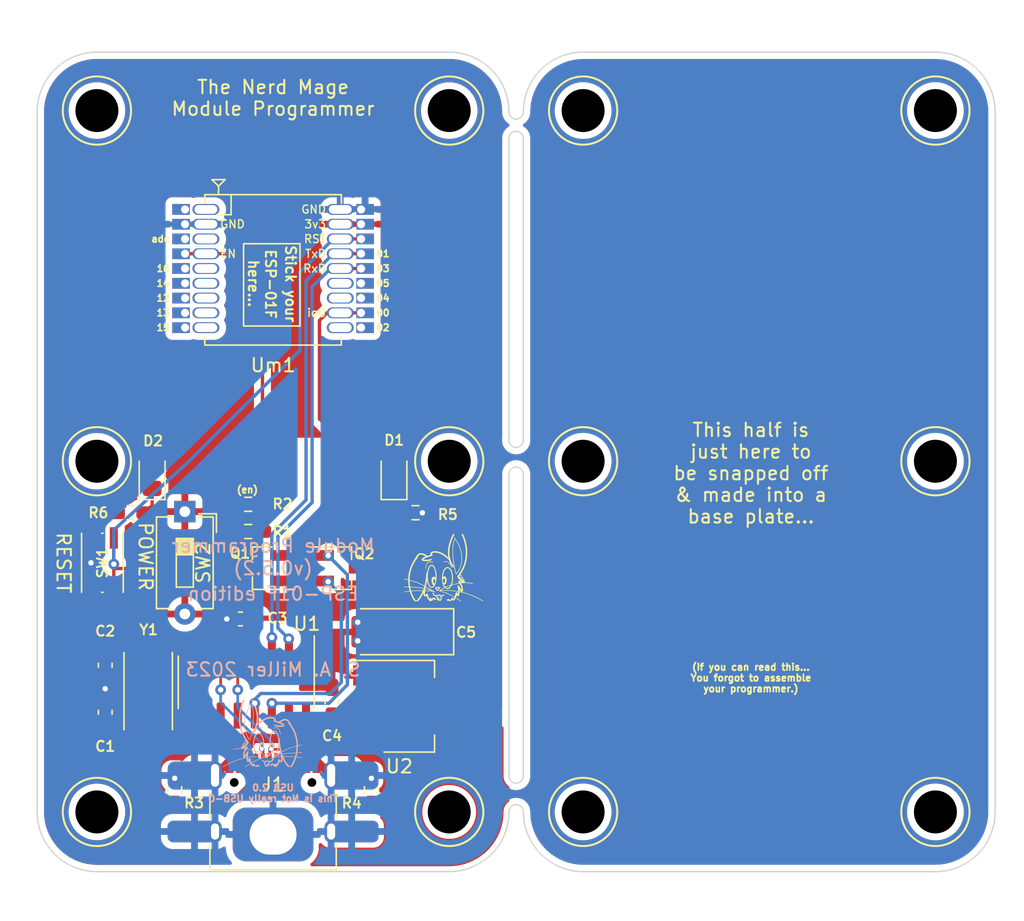
<source format=kicad_pcb>
(kicad_pcb (version 20211014) (generator pcbnew)
  (layers (0 "F.Cu" signal) (31 "B.Cu" signal) (34 "B.Paste" user) (35 "F.Paste" user) (36 "B.SilkS" user "B.Silkscreen") (37 "F.SilkS" user "F.Silkscreen") (38 "B.Mask" user) (39 "F.Mask" user) (44 "Edge.Cuts" user))
  (net 0 "")
  (net 1 "GND")
  (net 2 "Net-(C1-Pad1)")
  (net 3 "Net-(C2-Pad1)")
  (net 4 "RxD")
  (net 5 "TxD")
  (net 6 "RST")
  (net 7 "io0")
  (net 8 "DCD")
  (net 9 "RI")
  (net 10 "DSR")
  (net 11 "CTS")
  (net 12 "DTR")
  (net 13 "RTS")
  (net 14 "Vcc")
  (net 15 "UD+")
  (net 16 "UD-")
  (net 17 "+3.3V")
  (net 19 "EN")
  (net 20 "Vsw")
  (net 23 "CC1")
  (net 24 "CC2")
  (net 25 "Net-(D1-Pad1)")
  (net 26 "Net-(D2-Pad1)")
  (footprint "Tinker:Mount" (layer "F.Cu") (at 163.108 67.919546)
    (fp_text reference "REF**" hide)
    (fp_text value "Mount" hide)
    (pad "" np_thru_hole circle (at 0 0) (size 3.2 3.2) (drill 3.2) (layers *.Mask))
  )
  (footprint "Tinker:C_0603_1608Metric_Pad1.08x0.95mm_HandSolder" (layer "F.Cu") (at 137.51 109.217455 -90)
    (fp_text reference "C2" (at -2.54 0) (layer "F.SilkS") (effects (font (size 0.75 0.75))))
    (fp_text value "20p")
    (pad "1" smd roundrect (at -1.0625 0 270) (size 1.275 0.95) (layers "F.Cu" "F.Paste" "F.Mask") (net 3 "Net-(C2-Pad1)"))
    (pad "2" smd roundrect (at 1.0625 0 270) (size 1.275 0.95) (layers "F.Cu" "F.Paste" "F.Mask") (net 1 "GND"))
  )
  (footprint "Capacitor_Tantalum_SMD:CP_EIA-6032-28_Kemet-C_Pad2.25x2.35mm_HandSolder" (layer "F.Cu") (at 159.505545 106.722019 180)
    (fp_text reference "C5" (at -4.857981 -0.04394) (layer "F.SilkS") (effects (font (size 0.75 0.75))))
    (fp_text value "22uf")
    (pad "1" smd roundrect (at -2.55 0 180) (size 2.25 2.35) (layers "F.Cu" "F.Paste" "F.Mask") (roundrect_rratio 0.1111111111) (net 17 "+3.3V"))
    (pad "2" smd roundrect (at 2.55 0 180) (size 2.25 2.35) (layers "F.Cu" "F.Paste" "F.Mask") (roundrect_rratio 0.1111111111) (net 1 "GND"))
  )
  (footprint "Tinker:Mount" (layer "F.Cu") (at 136.892 120.139455)
    (fp_text reference "REF**" hide)
    (fp_text value "Mount" hide)
    (pad "" np_thru_hole circle (at 0 0) (size 3.2 3.2) (drill 3.2) (layers *.Mask))
  )
  (footprint "Tinker:USB_C_Receptacle_HRO_TYPE-C-31-M-12" (layer "F.Cu") (at 150 120.547455)
    (fp_text reference "J1" (at 0 -2.44) (layer "F.SilkS"))
    (fp_text value "USB_C_Receptacle_USB2.0")
    (pad "" np_thru_hole circle (at -2.89 -2.6) (size 0.65 0.65) (drill 0.65) (layers *.Mask))
    (pad "" np_thru_hole circle (at 2.89 -2.6) (size 0.65 0.65) (drill 0.65) (layers *.Mask))
    (pad "A1" smd rect (at -3.25 -4.045) (size 0.6 1.45) (layers "F.Cu" "F.Paste" "F.Mask") (net 1 "GND"))
    (pad "A4" smd rect (at -2.45 -4.045) (size 0.6 1.45) (layers "F.Cu" "F.Paste" "F.Mask") (net 14 "Vcc"))
    (pad "A5" smd rect (at -1.25 -4.045) (size 0.3 1.45) (layers "F.Cu" "F.Paste" "F.Mask") (net 23 "CC1"))
    (pad "A6" smd rect (at -0.25 -4.045) (size 0.3 1.45) (layers "F.Cu" "F.Paste" "F.Mask") (net 15 "UD+"))
    (pad "A7" smd rect (at 0.25 -4.045) (size 0.3 1.45) (layers "F.Cu" "F.Paste" "F.Mask") (net 16 "UD-"))
    (pad "A8" smd rect (at 1.25 -4.045) (size 0.3 1.45) (layers "F.Cu" "F.Paste" "F.Mask"))
    (pad "A9" smd rect (at 2.45 -4.045) (size 0.6 1.45) (layers "F.Cu" "F.Paste" "F.Mask") (net 14 "Vcc"))
    (pad "A12" smd rect (at 3.25 -4.045) (size 0.6 1.45) (layers "F.Cu" "F.Paste" "F.Mask") (net 1 "GND"))
    (pad "B1" smd rect (at 3.25 -4.045) (size 0.6 1.45) (layers "F.Cu" "F.Paste" "F.Mask") (net 1 "GND"))
    (pad "B4" smd rect (at 2.45 -4.045) (size 0.6 1.45) (layers "F.Cu" "F.Paste" "F.Mask") (net 14 "Vcc"))
    (pad "B5" smd rect (at 1.75 -4.045) (size 0.3 1.45) (layers "F.Cu" "F.Paste" "F.Mask") (net 24 "CC2"))
    (pad "B6" smd rect (at 0.75 -4.045) (size 0.3 1.45) (layers "F.Cu" "F.Paste" "F.Mask") (net 15 "UD+"))
    (pad "B7" smd rect (at -0.75 -4.045) (size 0.3 1.45) (layers "F.Cu" "F.Paste" "F.Mask") (net 16 "UD-"))
    (pad "B8" smd rect (at -1.75 -4.045) (size 0.3 1.45) (layers "F.Cu" "F.Paste" "F.Mask"))
    (pad "B9" smd rect (at -2.45 -4.045) (size 0.6 1.45) (layers "F.Cu" "F.Paste" "F.Mask") (net 14 "Vcc"))
    (pad "B12" smd rect (at -3.25 -4.045) (size 0.6 1.45) (layers "F.Cu" "F.Paste" "F.Mask") (net 1 "GND"))
    (pad "S1" smd roundrect (at -5.846965 -3.118205) (size 4 2.1) (layers "B.Cu" "B.Paste" "B.Mask") (net 1 "GND"))
    (pad "S1" thru_hole oval (at 4.32 -3.13) (size 1 2.1) (drill oval 0.6 1.7) (layers *.Cu *.Mask) (net 1 "GND"))
    (pad "S1" smd roundrect (at 5.096965 -3.118205) (size 2.5 2.1) (layers "F.Cu" "F.Paste" "F.Mask") (net 1 "GND"))
    (pad "S1" smd roundrect (at -5.846965 1.05) (size 4 1.6) (layers "F.Cu" "F.Paste" "F.Mask") (net 1 "GND"))
    (pad "S1" smd roundrect (at -5.846965 1.05) (size 4 1.6) (layers "B.Cu" "B.Paste" "B.Mask") (net 1 "GND"))
    (pad "S1" thru_hole oval (at 4.32 1.05) (size 1 1.6) (drill oval 0.6 1.2) (layers *.Cu *.Mask) (net 1 "GND"))
    (pad "S1" thru_hole oval (at -4.32 1.05) (size 1 1.6) (drill oval 0.6 1.2) (layers *.Cu *.Mask) (net 1 "GND"))
    (pad "S1" thru_hole oval (at -4.32 -3.13) (size 1 2.1) (drill oval 0.6 1.7) (layers *.Cu *.Mask) (net 1 "GND"))
    (pad "S1" smd roundrect (at 5.846965 1.05) (size 4 1.6) (layers "B.Cu" "B.Paste" "B.Mask") (net 1 "GND"))
    (pad "S1" smd roundrect (at 5.846965 1.05) (size 4 1.6) (layers "F.Cu" "F.Paste" "F.Mask") (net 1 "GND"))
    (pad "S1" thru_hole roundrect (at 0 1.27 180) (size 6 4) (drill oval 3.5 3) (layers *.Cu *.Mask) (net 1 "GND"))
    (pad "S1" smd roundrect (at 5.846965 -3.118205) (size 4 2.1) (layers "B.Cu" "B.Paste" "B.Mask") (net 1 "GND"))
    (pad "S1" smd roundrect (at -5.096965 -3.118205) (size 2.5 2.1) (layers "F.Cu" "F.Paste" "F.Mask") (net 1 "GND"))
  )
  (footprint "Tinker:Mount" (layer "F.Cu") (at 199.288 94.029455)
    (fp_text reference "REF**" hide)
    (fp_text value "Mount" hide)
    (pad "" np_thru_hole circle (at 0 0) (size 3.2 3.2) (drill 3.2) (layers *.Mask))
  )
  (footprint "Tinker:R_0603_1608Metric_Pad0.98x0.95mm_HandSolder" (layer "F.Cu") (at 148.154241 97.233483)
    (fp_text reference "R2" (at 2.545759 -0.018765) (layer "F.SilkS") (effects (font (size 0.75 0.75))))
    (fp_text value "10K")
    (pad "1" smd roundrect (at -1.0625 0) (size 1.275 0.95) (layers "F.Cu" "F.Paste" "F.Mask") (net 20 "Vsw"))
    (pad "2" smd roundrect (at 1.0625 0) (size 1.275 0.95) (layers "F.Cu" "F.Paste" "F.Mask") (net 19 "EN"))
  )
  (footprint "Tinker:Mount" (layer "F.Cu") (at 163.108 120.139455)
    (fp_text reference "REF**" hide)
    (fp_text value "Mount" hide)
    (pad "" np_thru_hole circle (at 0 0) (size 3.2 3.2) (drill 3.2) (layers *.Mask))
  )
  (footprint "Tinker:ESP-01F (FlexyPin)" (layer "F.Cu") (at 150 79.68)
    (fp_text reference "Um1" (at 0 7.2 unlocked) (layer "F.SilkS"))
    (fp_text value "ESP-01F")
    (fp_text user "RST" (at 4 -2.2 unlocked) (layer "F.SilkS") (effects (font (size 0.6 0.6) (thickness 0.1)) (justify right)))
    (fp_text user "14" (at -7.62 1.1 unlocked) (layer "F.SilkS") (effects (font (size 0.5 0.5) (thickness 0.125)) (justify right)))
    (fp_text user "15" (at -7.62 4.4 unlocked) (layer "F.SilkS") (effects (font (size 0.5 0.5) (thickness 0.125)) (justify right)))
    (fp_text user "03" (at 7.62 0 unlocked) (layer "F.SilkS") (effects (font (size 0.5 0.5) (thickness 0.125)) (justify left)))
    (fp_text user "TxD" (at 4 -1.1 unlocked) (layer "F.SilkS") (effects (font (size 0.6 0.6) (thickness 0.1)) (justify right)))
    (fp_text user "02" (at 7.62 4.4 unlocked) (layer "F.SilkS") (effects (font (size 0.5 0.5) (thickness 0.125)) (justify left)))
    (fp_text user "Stick your" (at 1.304412 1.147311 270 unlocked) (layer "F.SilkS") (effects (font (size 0.75 0.75))))
    (fp_text user "io0" (at 4 3.3 unlocked) (layer "F.SilkS") (effects (font (size 0.6 0.6) (thickness 0.1)) (justify right)))
    (fp_text user "12" (at -7.62 2.2 unlocked) (layer "F.SilkS") (effects (font (size 0.5 0.5) (thickness 0.125)) (justify right)))
    (fp_text user "05" (at 7.62 1.1 unlocked) (layer "F.SilkS") (effects (font (size 0.5 0.5) (thickness 0.125)) (justify left)))
    (fp_text user "00" (at 7.62 3.3 unlocked) (layer "F.SilkS") (effects (font (size 0.5 0.5) (thickness 0.125)) (justify left)))
    (fp_text user "GND" (at -4 -3.3 unlocked) (layer "F.SilkS") (effects (font (size 0.6 0.6) (thickness 0.1)) (justify left)))
    (fp_text user "adc" (at -7.62 -2.2 unlocked) (layer "F.SilkS") (effects (font (size 0.5 0.5) (thickness 0.125)) (justify right)))
    (fp_text user "here..." (at -1.465924 1.119327 270 unlocked) (layer "F.SilkS") (effects (font (size 0.75 0.75))))
    (fp_text user "13" (at -7.62 3.3 unlocked) (layer "F.SilkS") (effects (font (size 0.5 0.5) (thickness 0.125)) (justify right)))
    (fp_text user "ESP-01F" (at -0.189495 1.164537 270 unlocked) (layer "F.SilkS") (effects (font (size 0.75 0.75))))
    (fp_text user "RxD" (at 4 0 unlocked) (layer "F.SilkS") (effects (font (size 0.6 0.6) (thickness 0.1)) (justify right)))
    (fp_text user "01" (at 7.62 -1.1 unlocked) (layer "F.SilkS") (effects (font (size 0.5 0.5) (thickness 0.125)) (justify left)))
    (fp_text user "3v3" (at 4 -3.3 unlocked) (layer "F.SilkS") (effects (font (size 0.6 0.6) (thickness 0.1)) (justify right)))
    (fp_text user "EN" (at -4 -1.1 unlocked) (layer "F.SilkS") (effects (font (size 0.6 0.6) (thickness 0.1)) (justify left)))
    (fp_text user "GND" (at 4 -4.4 unlocked) (layer "F.SilkS") (effects (font (size 0.6 0.6) (thickness 0.1)) (justify right)))
    (fp_text user "04" (at 7.62 2.2 unlocked) (layer "F.SilkS") (effects (font (size 0.5 0.5) (thickness 0.125)) (justify left)))
    (fp_text user "16" (at -7.62 0 unlocked) (layer "F.SilkS") (effects (font (size 0.5 0.5) (thickness 0.125)) (justify right)))
    (pad "" thru_hole oval (at -5 -2.2) (size 2 0.8) (drill oval 1.7 0.65) (layers *.Cu *.Mask))
    (pad "" thru_hole oval (at -5 2.2) (size 2 0.8) (drill oval 1.7 0.65) (layers *.Cu *.Mask))
    (pad "" thru_hole oval (at -5 4.4) (size 2 0.8) (drill oval 1.7 0.65) (layers *.Cu *.Mask))
    (pad "" thru_hole oval (at 5 2.2 180) (size 2 0.8) (drill oval 1.7 0.65) (layers *.Cu *.Mask))
    (pad "" thru_hole oval (at -5 -4.4) (size 2 0.8) (drill oval 1.7 0.65) (layers *.Cu *.Mask))
    (pad "" thru_hole oval (at -5 3.3) (size 2 0.8) (drill oval 1.7 0.65) (layers *.Cu *.Mask))
    (pad "" thru_hole oval (at 5 1.1 180) (size 2 0.8) (drill oval 1.7 0.65) (layers *.Cu *.Mask))
    (pad "" thru_hole oval (at 5 4.4 180) (size 2 0.8) (drill oval 1.7 0.65) (layers *.Cu *.Mask))
    (pad "" thru_hole oval (at -5 0) (size 2 0.8) (drill oval 1.7 0.65) (layers *.Cu *.Mask))
    (pad "" thru_hole oval (at -5 1.1) (size 2 0.8) (drill oval 1.7 0.65) (layers *.Cu *.Mask))
    (pad "1" thru_hole rect (at -6.55 -4.4) (size 1.3 0.8) (drill 0.6 (offset -0.3 0)) (layers *.Cu *.Mask))
    (pad "2" thru_hole oval (at -5 -3.3) (size 2 0.8) (drill oval 1.7 0.65) (layers *.Cu *.Mask) (net 1 "GND"))
    (pad "2" thru_hole rect (at -6.55 -3.3) (size 1.3 0.8) (drill 0.6 (offset -0.3 0)) (layers *.Cu *.Mask) (net 1 "GND"))
    (pad "3" thru_hole rect (at -6.55 -2.2) (size 1.3 0.8) (drill 0.6 (offset -0.3 0)) (layers *.Cu *.Mask))
    (pad "4" thru_hole rect (at -6.55 -1.1) (size 1.3 0.8) (drill 0.6 (offset -0.3 0)) (layers *.Cu *.Mask) (net 19 "EN"))
    (pad "4" thru_hole oval (at -5 -1.1) (size 2 0.8) (drill oval 1.7 0.65) (layers *.Cu *.Mask) (net 19 "EN"))
    (pad "5" thru_hole rect (at -6.55 0) (size 1.3 0.8) (drill 0.6 (offset -0.3 0)) (layers *.Cu *.Mask))
    (pad "6" thru_hole rect (at -6.55 1.1) (size 1.3 0.8) (drill 0.6 (offset -0.3 0)) (layers *.Cu *.Mask))
    (pad "7" thru_hole rect (at -6.55 2.2) (size 1.3 0.8) (drill 0.6 (offset -0.3 0)) (layers *.Cu *.Mask))
    (pad "8" thru_hole rect (at -6.55 3.3) (size 1.3 0.8) (drill 0.6 (offset -0.3 0)) (layers *.Cu *.Mask))
    (pad "9" thru_hole rect (at -6.55 4.4) (size 1.3 0.8) (drill 0.6 (offset -0.3 0)) (layers *.Cu *.Mask))
    (pad "10" thru_hole rect (at 6.55 4.4 180) (size 1.3 0.8) (drill 0.6 (offset -0.3 0)) (layers *.Cu *.Mask))
    (pad "11" thru_hole oval (at 5 3.3 180) (size 2 0.8) (drill oval 1.7 0.65) (layers *.Cu *.Mask) (net 7 "io0"))
    (pad "11" thru_hole rect (at 6.55 3.3 180) (size 1.3 0.8) (drill 0.6 (offset -0.3 0)) (layers *.Cu *.Mask) (net 7 "io0"))
    (pad "12" thru_hole rect (at 6.55 2.2 180) (size 1.3 0.8) (drill 0.6 (offset -0.3 0)) (layers *.Cu *.Mask))
    (pad "13" thru_hole rect (at 6.55 1.1 180) (size 1.3 0.8) (drill 0.6 (offset -0.3 0)) (layers *.Cu *.Mask))
    (pad "14" thru_hole oval (at 5 0 180) (size 2 0.8) (drill oval 1.7 0.65) (layers *.Cu *.Mask) (net 4 "RxD"))
    (pad "14" thru_hole rect (at 6.55 0 180) (size 1.3 0.8) (drill 0.6 (offset -0.3 0)) (layers *.Cu *.Mask) (net 4 "RxD"))
    (pad "15" thru_hole rect (at 6.55 -1.1 180) (size 1.3 0.8) (drill 0.6 (offset -0.3 0)) (layers *.Cu *.Mask) (net 5 "TxD"))
    (pad "15" thru_hole oval (at 5 -1.1 180) (size 2 0.8) (drill oval 1.7 0.65) (layers *.Cu *.Mask) (net 5 "TxD"))
    (pad "16" thru_hole oval (at 5 -2.2 180) (size 2 0.8) (drill oval 1.7 0.65) (layers *.Cu *.Mask) (net 6 "RST"))
    (pad "16" thru_hole rect (at 6.55 -2.2 180) (size 1.3 0.8) (drill 0.6 (offset -0.3 0)) (layers *.Cu *.Mask) (net 6 "RST"))
    (pad "17" thru_hole rect (at 6.55 -3.3 180) (size 1.3 0.8) (drill 0.6 (offset -0.3 0)) (layers *.Cu *.Mask) (net 20 "Vsw"))
    (pad "17" thru_hole oval (at 5 -3.3 180) (size 2 0.8) (drill oval 1.7 0.65) (layers *.Cu *.Mask) (net 20 "Vsw"))
    (pad "18" thru_hole rect (at 6.55 -4.4 180) (size 1.3 0.8) (drill 0.6 (offset -0.3 0)) (layers *.Cu *.Mask) (net 1 "GND"))
    (pad "18" thru_hole oval (at 5 -4.4 180) (size 2 0.8) (drill oval 1.7 0.65) (layers *.Cu *.Mask) (net 1 "GND"))
  )
  (footprint "Crystal:Crystal_SMD_5032-2Pin_5.0x3.2mm" (layer "F.Cu") (at 140.706663 110.967455 90)
    (fp_text reference "Y1" (at 4.39 0.031943) (layer "F.SilkS") (effects (font (size 0.75 0.75))))
    (fp_text value "12M")
    (pad "1" smd rect (at -2.35 0 90) (size 3 2.4) (layers "F.Cu" "F.Paste" "F.Mask") (net 2 "Net-(C1-Pad1)"))
    (pad "2" smd rect (at 2.35 0 90) (size 3 2.4) (layers "F.Cu" "F.Paste" "F.Mask") (net 3 "Net-(C2-Pad1)"))
  )
  (footprint "Tinker:Mount" (layer "F.Cu") (at 173.072 120.139455)
    (fp_text reference "REF**" hide)
    (fp_text value "Mount" hide)
    (pad "" np_thru_hole circle (at 0 0) (size 3.2 3.2) (drill 3.2) (layers *.Mask))
  )
  (footprint "Package_TO_SOT_SMD:SOT-23_Handsoldering" (layer "F.Cu") (at 149.221453 101.990491 180)
    (fp_text reference "Q1" (at 1.674448 1.113434) (layer "F.SilkS") (effects (font (size 0.75 0.75))))
    (fp_text value "MMBT3904")
    (pad "1" smd rect (at -1.5 -0.95 180) (size 1.9 0.8) (layers "F.Cu" "F.Paste" "F.Mask") (net 12 "DTR"))
    (pad "2" smd rect (at -1.5 0.95 180) (size 1.9 0.8) (layers "F.Cu" "F.Paste" "F.Mask") (net 13 "RTS"))
    (pad "3" smd rect (at 1.5 0 180) (size 1.9 0.8) (layers "F.Cu" "F.Paste" "F.Mask") (net 6 "RST"))
  )
  (footprint "Tinker:R_0603_1608Metric_Pad0.98x0.95mm_HandSolder" (layer "F.Cu") (at 142.68 118.507455 90)
    (fp_text reference "R3" (at -0.9668 1.439812) (layer "F.SilkS") (effects (font (size 0.75 0.75))))
    (fp_text value "5k1")
    (pad "1" smd roundrect (at -1.0625 0 90) (size 1.275 0.95) (layers "F.Cu" "F.Paste" "F.Mask") (net 23 "CC1"))
    (pad "2" smd roundrect (at 1.0625 0 90) (size 1.275 0.95) (layers "F.Cu" "F.Paste" "F.Mask") (net 1 "GND"))
  )
  (footprint "Tinker:R_0603_1608Metric_Pad0.98x0.95mm_HandSolder" (layer "F.Cu") (at 157.32 118.507455 90)
    (fp_text reference "R4" (at -0.979818 -1.470937) (layer "F.SilkS") (effects (font (size 0.75 0.75))))
    (fp_text value "5k1")
    (pad "1" smd roundrect (at -1.0625 0 90) (size 1.275 0.95) (layers "F.Cu" "F.Paste" "F.Mask") (net 24 "CC2"))
    (pad "2" smd roundrect (at 1.0625 0 90) (size 1.275 0.95) (layers "F.Cu" "F.Paste" "F.Mask") (net 1 "GND"))
  )
  (footprint "Tinker:Mount" (layer "F.Cu") (at 136.892 94.029455)
    (fp_text reference "REF**" hide)
    (fp_text value "Mount" hide)
    (pad "" np_thru_hole circle (at 0 0) (size 3.2 3.2) (drill 3.2) (layers *.Mask))
  )
  (footprint "Tinker:SW_DIP_SPSTx01_Slide_6.7x4.1mm_W7.62mm_P2.54mm_LowProfile" (layer "F.Cu") (at 143.433 101.590491 -90)
    (fp_text reference "SW2" (at 0.009624 -1.373823 90) (layer "F.SilkS"))
    (fp_text value "SW_DIP_x01")
    (pad "1" thru_hole rect (at -3.81 0 270) (size 1.6 1.6) (drill 0.8) (layers *.Cu *.Mask) (net 20 "Vsw"))
    (pad "2" thru_hole oval (at 3.81 0 270) (size 1.6 1.6) (drill 0.8) (layers *.Cu *.Mask) (net 17 "+3.3V"))
  )
  (footprint "Tinker:C_0603_1608Metric_Pad1.08x0.95mm_HandSolder" (layer "F.Cu") (at 154.387518 111.930933 90)
    (fp_text reference "C4" (at -2.54 0) (layer "F.SilkS") (effects (font (size 0.75 0.75))))
    (fp_text value "100nf")
    (pad "1" smd roundrect (at -1.0625 0 90) (size 1.275 0.95) (layers "F.Cu" "F.Paste" "F.Mask") (net 14 "Vcc"))
    (pad "2" smd roundrect (at 1.0625 0 90) (size 1.275 0.95) (layers "F.Cu" "F.Paste" "F.Mask") (net 1 "GND"))
  )
  (footprint "Package_SO:SOIC-16_3.9x9.9mm_P1.27mm" (layer "F.Cu") (at 148.005 110.487455 -90)
    (fp_text reference "U1" (at -4.358951 -4.515147) (layer "F.SilkS"))
    (fp_text value "CH340G")
    (pad "1" smd roundrect (at -2.475 -4.445 270) (size 1.95 0.6) (layers "F.Cu" "F.Paste" "F.Mask") (net 1 "GND"))
    (pad "2" smd roundrect (at -2.475 -3.175 270) (size 1.95 0.6) (layers "F.Cu" "F.Paste" "F.Mask") (net 4 "RxD"))
    (pad "3" smd roundrect (at -2.475 -1.905 270) (size 1.95 0.6) (layers "F.Cu" "F.Paste" "F.Mask") (net 5 "TxD"))
    (pad "4" smd roundrect (at -2.475 -0.635 270) (size 1.95 0.6) (layers "F.Cu" "F.Paste" "F.Mask") (net 17 "+3.3V"))
    (pad "5" smd roundrect (at -2.475 0.635 270) (size 1.95 0.6) (layers "F.Cu" "F.Paste" "F.Mask") (net 15 "UD+"))
    (pad "6" smd roundrect (at -2.475 1.905 270) (size 1.95 0.6) (layers "F.Cu" "F.Paste" "F.Mask") (net 16 "UD-"))
    (pad "7" smd roundrect (at -2.475 3.175 270) (size 1.95 0.6) (layers "F.Cu" "F.Paste" "F.Mask") (net 2 "Net-(C1-Pad1)"))
    (pad "8" smd roundrect (at -2.475 4.445 270) (size 1.95 0.6) (layers "F.Cu" "F.Paste" "F.Mask") (net 3 "Net-(C2-Pad1)"))
    (pad "9" smd roundrect (at 2.475 4.445 270) (size 1.95 0.6) (layers "F.Cu" "F.Paste" "F.Mask") (net 11 "CTS"))
    (pad "10" smd roundrect (at 2.475 3.175 270) (size 1.95 0.6) (layers "F.Cu" "F.Paste" "F.Mask") (net 10 "DSR"))
    (pad "11" smd roundrect (at 2.475 1.905 270) (size 1.95 0.6) (layers "F.Cu" "F.Paste" "F.Mask") (net 9 "RI"))
    (pad "12" smd roundrect (at 2.475 0.635 270) (size 1.95 0.6) (layers "F.Cu" "F.Paste" "F.Mask") (net 8 "DCD"))
    (pad "13" smd roundrect (at 2.475 -0.635 270) (size 1.95 0.6) (layers "F.Cu" "F.Paste" "F.Mask") (net 12 "DTR"))
    (pad "14" smd roundrect (at 2.475 -1.905 270) (size 1.95 0.6) (layers "F.Cu" "F.Paste" "F.Mask") (net 13 "RTS"))
    (pad "15" smd roundrect (at 2.475 -3.175 270) (size 1.95 0.6) (layers "F.Cu" "F.Paste" "F.Mask"))
    (pad "16" smd roundrect (at 2.475 -4.445 270) (size 1.95 0.6) (layers "F.Cu" "F.Paste" "F.Mask") (net 14 "Vcc"))
  )
  (footprint "Tinker:R_0603_1608Metric_Pad0.98x0.95mm_HandSolder" (layer "F.Cu") (at 160.6 97.862287)
    (fp_text reference "R5" (at 2.4 0.134539 180) (layer "F.SilkS") (effects (font (size 0.75 0.75))))
    (fp_text value "2K2")
    (pad "1" smd roundrect (at -1.0625 0) (size 1.275 0.95) (layers "F.Cu" "F.Paste" "F.Mask") (net 25 "Net-(D1-Pad1)"))
    (pad "2" smd roundrect (at 1.0625 0) (size 1.275 0.95) (layers "F.Cu" "F.Paste" "F.Mask") (net 1 "GND"))
  )
  (footprint "Rabbit:rabbit" (layer "F.Cu") (at 163.073996 101.952784)
    (fp_text reference "G***" hide)
    (fp_text value "LOGO" hide)
  )
  (footprint "Tinker:Mount" (layer "F.Cu") (at 173.072 67.919546)
    (fp_text reference "REF**" hide)
    (fp_text value "Mount" hide)
    (pad "" np_thru_hole circle (at 0 0) (size 3.2 3.2) (drill 3.2) (layers *.Mask))
  )
  (footprint "Tinker:Mount" (layer "F.Cu") (at 173.072 94.029455)
    (fp_text reference "REF**" hide)
    (fp_text value "Mount" hide)
    (pad "" np_thru_hole circle (at 0 0) (size 3.2 3.2) (drill 3.2) (layers *.Mask))
  )
  (footprint "Tinker:SW_Push_TS273014TP" (layer "F.Cu") (at 137.3 101.590491 -90)
    (fp_text reference "SW1" (at 0 0 90) (layer "F.SilkS") (effects (font (size 0.75 0.75))))
    (fp_text value "SW_Push")
    (pad "1" smd rect (at -1.85 -0.85 270) (size 1.6 0.6) (layers "F.Cu" "F.Paste" "F.Mask") (net 6 "RST"))
    (pad "1" smd rect (at 1.85 -0.85 270) (size 1.6 0.6) (layers "F.Cu" "F.Paste" "F.Mask") (net 6 "RST"))
    (pad "2" smd rect (at -1.85 0.85 270) (size 1.6 0.6) (layers "F.Cu" "F.Paste" "F.Mask") (net 1 "GND"))
    (pad "2" smd rect (at 1.85 0.85 270) (size 1.6 0.6) (layers "F.Cu" "F.Paste" "F.Mask") (net 1 "GND"))
  )
  (footprint "Tinker:Mount" (layer "F.Cu") (at 136.892 67.919546)
    (fp_text reference "REF**" hide)
    (fp_text value "Mount" hide)
    (pad "" np_thru_hole circle (at 0 0) (size 3.2 3.2) (drill 3.2) (layers *.Mask))
  )
  (footprint "Package_TO_SOT_SMD:SOT-23_Handsoldering" (layer "F.Cu") (at 155.08 101.994172)
    (fp_text reference "Q2" (at 1.710332 -1.073861) (layer "F.SilkS") (effects (font (size 0.75 0.75))))
    (fp_text value "MMBT3904")
    (pad "1" smd rect (at -1.5 -0.95) (size 1.9 0.8) (layers "F.Cu" "F.Paste" "F.Mask") (net 13 "RTS"))
    (pad "2" smd rect (at -1.5 0.95) (size 1.9 0.8) (layers "F.Cu" "F.Paste" "F.Mask") (net 12 "DTR"))
    (pad "3" smd rect (at 1.5 0) (size 1.9 0.8) (layers "F.Cu" "F.Paste" "F.Mask") (net 7 "io0"))
  )
  (footprint "Tinker:R_0603_1608Metric_Pad0.98x0.95mm_HandSolder" (layer "F.Cu") (at 139.4 97.862287 180)
    (fp_text reference "R6" (at 2.4 -0.00632 180) (layer "F.SilkS") (effects (font (size 0.75 0.75))))
    (fp_text value "2K2")
    (pad "1" smd roundrect (at -1.0625 0 180) (size 1.275 0.95) (layers "F.Cu" "F.Paste" "F.Mask") (net 26 "Net-(D2-Pad1)"))
    (pad "2" smd roundrect (at 1.0625 0 180) (size 1.275 0.95) (layers "F.Cu" "F.Paste" "F.Mask") (net 1 "GND"))
  )
  (footprint "Tinker:Mount" (layer "F.Cu") (at 199.288 67.919546)
    (fp_text reference "REF**" hide)
    (fp_text value "Mount" hide)
    (pad "" np_thru_hole circle (at 0 0) (size 3.2 3.2) (drill 3.2) (layers *.Mask))
  )
  (footprint "LED_SMD:LED_0805_2012Metric_Pad1.15x1.40mm_HandSolder" (layer "F.Cu") (at 159 95.025 90)
    (fp_text reference "D1" (at 2.560701 0.00966) (layer "F.SilkS") (effects (font (size 0.75 0.75))))
    (fp_text value "LED")
    (pad "1" smd roundrect (at -1.025 0 90) (size 1.15 1.4) (layers "F.Cu" "F.Paste" "F.Mask") (roundrect_rratio 0.2173913043) (net 25 "Net-(D1-Pad1)"))
    (pad "2" smd roundrect (at 1.025 0 90) (size 1.15 1.4) (layers "F.Cu" "F.Paste" "F.Mask") (roundrect_rratio 0.2173913043) (net 17 "+3.3V"))
  )
  (footprint "Tinker:C_0603_1608Metric_Pad1.08x0.95mm_HandSolder" (layer "F.Cu") (at 137.51 112.717455 90)
    (fp_text reference "C1" (at -2.54 0) (layer "F.SilkS") (effects (font (size 0.75 0.75))))
    (fp_text value "20p")
    (pad "1" smd roundrect (at -1.0625 0 90) (size 1.275 0.95) (layers "F.Cu" "F.Paste" "F.Mask") (net 2 "Net-(C1-Pad1)"))
    (pad "2" smd roundrect (at 1.0625 0 90) (size 1.275 0.95) (layers "F.Cu" "F.Paste" "F.Mask") (net 1 "GND"))
  )
  (footprint "LED_SMD:LED_0805_2012Metric_Pad1.15x1.40mm_HandSolder" (layer "F.Cu") (at 141 95.025 90)
    (fp_text reference "D2" (at 2.511709 0.071764 180) (layer "F.SilkS") (effects (font (size 0.75 0.75))))
    (fp_text value "LED")
    (pad "1" smd roundrect (at -1.025 0 90) (size 1.15 1.4) (layers "F.Cu" "F.Paste" "F.Mask") (roundrect_rratio 0.2173913043) (net 26 "Net-(D2-Pad1)"))
    (pad "2" smd roundrect (at 1.025 0 90) (size 1.15 1.4) (layers "F.Cu" "F.Paste" "F.Mask") (roundrect_rratio 0.2173913043) (net 20 "Vsw"))
  )
  (footprint "Tinker:Mount" (layer "F.Cu") (at 199.288 120.139455)
    (fp_text reference "REF**" hide)
    (fp_text value "Mount" hide)
    (pad "" np_thru_hole circle (at 0 0) (size 3.2 3.2) (drill 3.2) (layers *.Mask))
  )
  (footprint "Package_TO_SOT_SMD:SOT-223-3_TabPin2" (layer "F.Cu") (at 160.105545 112.273364)
    (fp_text reference "U2" (at -0.711477 4.476729) (layer "F.SilkS"))
    (fp_text value "AMS1117-3.3")
    (pad "1" smd rect (at -3.15 -2.3) (size 2 1.5) (layers "F.Cu" "F.Paste" "F.Mask") (net 1 "GND"))
    (pad "2" smd rect (at -3.15 0) (size 2 1.5) (layers "F.Cu" "F.Paste" "F.Mask") (net 17 "+3.3V"))
    (pad "2" smd rect (at 3.15 0) (size 2 3.8) (layers "F.Cu" "F.Paste" "F.Mask") (net 17 "+3.3V"))
    (pad "3" smd rect (at -3.15 2.3) (size 2 1.5) (layers "F.Cu" "F.Paste" "F.Mask") (net 14 "Vcc"))
  )
  (footprint "Tinker:C_0603_1608Metric_Pad1.08x0.95mm_HandSolder" (layer "F.Cu") (at 147.57359 105.77372 180)
    (fp_text reference "C3" (at -2.75772 0.06892) (layer "F.SilkS") (effects (font (size 0.75 0.75))))
    (fp_text value "10nf")
    (pad "1" smd roundrect (at -1.0625 0 180) (size 1.275 0.95) (layers "F.Cu" "F.Paste" "F.Mask") (net 17 "+3.3V"))
    (pad "2" smd roundrect (at 1.0625 0 180) (size 1.275 0.95) (layers "F.Cu" "F.Paste" "F.Mask") (net 1 "GND"))
  )
  (footprint "Tinker:R_0603_1608Metric_Pad0.98x0.95mm_HandSolder" (layer "F.Cu") (at 148.154241 99.262498)
    (fp_text reference "R1" (at 2.545759 0.006202) (layer "F.SilkS") (effects (font (size 0.75 0.75))))
    (fp_text value "10K")
    (pad "1" smd roundrect (at -1.0625 0) (size 1.275 0.95) (layers "F.Cu" "F.Paste" "F.Mask") (net 20 "Vsw"))
    (pad "2" smd roundrect (at 1.0625 0) (size 1.275 0.95) (layers "F.Cu" "F.Paste" "F.Mask") (net 6 "RST"))
  )
  (footprint "Tinker:Mount" (layer "F.Cu") (at 163.108 94.029455)
    (fp_text reference "REF**" hide)
    (fp_text value "Mount" hide)
    (pad "" np_thru_hole circle (at 0 0) (size 3.2 3.2) (drill 3.2) (layers *.Mask))
  )
  (footprint "Rabbit:rabbit" (layer "B.Cu") (at 148.83 114.297455 180)
    (fp_text reference "G***" hide)
    (fp_text value "LOGO" hide)
  )
  (gr_line (start 163.108 63.569635) (end 136.892001 63.569636) (layer "Edge.Cuts") (width 0.1))
  (gr_arc (start 132.447 68.014637) (mid 133.748927 64.871552) (end 136.892001 63.569636) (layer "Edge.Cuts") (width 0.1))
  (gr_arc (start 203.733 120.139454) (mid 202.431112 123.282566) (end 199.288 124.584454) (layer "Edge.Cuts") (width 0.1))
  (gr_arc (start 168.627 68.014637) (mid 169.928943 64.871579) (end 173.072001 63.569636) (layer "Edge.Cuts") (width 0.1))
  (gr_arc (start 199.288 63.569635) (mid 202.431083 64.871553) (end 203.733001 68.014636) (layer "Edge.Cuts") (width 0.1))
  (gr_arc (start 173.072 124.584454) (mid 169.92892 123.282534) (end 168.627 120.139454) (layer "Edge.Cuts") (width 0.1))
  (gr_arc (start 167.553 120.139454) (mid 166.25109 123.282544) (end 163.108 124.584454) (layer "Edge.Cuts") (width 0.1))
  (gr_line (start 203.733 120.139454) (end 203.733001 68.014636) (layer "Edge.Cuts") (width 0.1))
  (gr_arc (start 168.627 92.463) (mid 168.09 93) (end 167.553 92.463) (layer "Edge.Cuts") (width 0.1))
  (gr_arc (start 167.553 95) (mid 168.09 94.463) (end 168.627 95) (layer "Edge.Cuts") (width 0.1))
  (gr_arc (start 163.108 63.569635) (mid 166.251113 64.871542) (end 167.553001 68.014636) (layer "Edge.Cuts") (width 0.1))
  (gr_arc (start 167.553 70) (mid 168.09 69.463) (end 168.627 70) (layer "Edge.Cuts") (width 0.1))
  (gr_arc (start 167.553 120.139454) (mid 168.09 119.602454) (end 168.627 120.139454) (layer "Edge.Cuts") (width 0.1))
  (gr_line (start 168.627 95) (end 168.627 117.463) (layer "Edge.Cuts") (width 0.1))
  (gr_line (start 136.892 124.584454) (end 163.108 124.584454) (layer "Edge.Cuts") (width 0.1))
  (gr_arc (start 168.627 117.463) (mid 168.09 118) (end 167.553 117.463) (layer "Edge.Cuts") (width 0.1))
  (gr_line (start 199.288 63.569635) (end 173.072001 63.569636) (layer "Edge.Cuts") (width 0.1))
  (gr_line (start 173.072 124.584454) (end 199.288 124.584454) (layer "Edge.Cuts") (width 0.1))
  (gr_arc (start 168.627 68.014637) (mid 168.09 68.551637) (end 167.553 68.014637) (layer "Edge.Cuts") (width 0.1))
  (gr_line (start 132.447 68.014637) (end 132.447 120.139454) (layer "Edge.Cuts") (width 0.1))
  (gr_line (start 167.553 92.463) (end 167.553 70) (layer "Edge.Cuts") (width 0.1))
  (gr_arc (start 136.892 124.584454) (mid 133.748911 123.282544) (end 132.447 120.139454) (layer "Edge.Cuts") (width 0.1))
  (gr_line (start 167.553 95) (end 167.553 117.463) (layer "Edge.Cuts") (width 0.1))
  (gr_line (start 168.627 70) (end 168.627 92.463) (layer "Edge.Cuts") (width 0.1))
  (gr_text "ESP-01F edition" (at 150 103.896439) (layer "B.SilkS") (effects (font (size 1 1)) (justify mirror)))
  (gr_text "Module Programmer" (at 150 100.327455) (layer "B.SilkS") (effects (font (size 1 1)) (justify mirror)))
  (gr_text "USB 2.0\nThis is Not really USB-C" (at 149.999999 118.742813) (layer "B.SilkS") (effects (font (size 0.5 0.5) (thickness 0.125)) (justify mirror)))
  (gr_text "S. A. Miller 2023" (at 150 109.541155) (layer "B.SilkS") (effects (font (size 1 1)) (justify mirror)))
  (gr_text "(v0.5.2)" (at 150 101.997455) (layer "B.SilkS") (effects (font (size 1 1)) (justify mirror)))
  (gr_text "POWER" (at 140.509453 101.121199 270) (layer "F.SilkS") (effects (font (size 1 1))))
  (gr_text "(en)" (at 148.089211 96.15124) (layer "F.SilkS") (effects (font (size 0.5 0.5) (thickness 0.125))))
  (gr_text "(If you can read this...\nYou forgot to assemble\nyour programmer.)" (at 185.56 110.16) (layer "F.SilkS") (effects (font (size 0.5 0.5) (thickness 0.125))))
  (gr_text "This half is\njust here to\nbe snapped off\n& made into a\nbase plate..." (at 185.56 94.92) (layer "F.SilkS") (effects (font (size 1 1))))
  (gr_text "RESET" (at 134.409789 101.590491 270) (layer "F.SilkS") (effects (font (size 1 1))))
  (gr_text "The Nerd Mage\nModule Programmer" (at 150 66.98) (layer "F.SilkS") (effects (font (size 1 1))))
  (segment (start 146.595 116.502455) (end 145.68 117.417455) (width 0.6) (layer "F.Cu") (net 1))
  (segment (start 146.75 116.502455) (end 146.595 116.502455) (width 0.6) (layer "F.Cu") (net 1))
  (segment (start 153.25 116.502455) (end 153.405 116.502455) (width 0.6) (layer "F.Cu") (net 1))
  (segment (start 142.68 117.637455) (end 144.69483 117.637455) (width 0.25) (layer "F.Cu") (net 1))
  (segment (start 153.405 116.502455) (end 154.32 117.417455) (width 0.6) (layer "F.Cu") (net 1))
  (segment (start 136.45 98.461045) (end 136.45 99.740491) (width 0.25) (layer "F.Cu") (net 1))
  (segment (start 138.3375 97.862287) (end 137.048758 97.862287) (width 0.25) (layer "F.Cu") (net 1))
  (segment (start 136.45 99.740491) (end 136.45 103.440491) (width 0.25) (layer "F.Cu") (net 1))
  (segment (start 157.32 117.637455) (end 155.30517 117.637455) (width 0.25) (layer "F.Cu") (net 1))
  (segment (start 143.45 76.38) (end 145 76.38) (width 0.25) (layer "F.Cu") (net 1))
  (segment (start 144.69483 117.637455) (end 144.903035 117.42925) (width 0.25) (layer "F.Cu") (net 1))
  (segment (start 155.30517 117.637455) (end 155.096965 117.42925) (width 0.25) (layer "F.Cu") (net 1))
  (segment (start 137.048758 97.862287) (end 136.45 98.461045) (width 0.25) (layer "F.Cu") (net 1))
  (segment (start 155 75.28) (end 156.55 75.28) (width 0.25) (layer "F.Cu") (net 1))
  (via (at 146.55759 105.77372) (size 0.8) (drill 0.4) (layers "F.Cu" "B.Cu") (net 1))
  (via (at 142.68 117.637455) (size 0.8) (drill 0.4) (layers "F.Cu" "B.Cu") (net 1))
  (via (at 137.51 110.967455) (size 0.8) (drill 0.4) (layers "F.Cu" "B.Cu") (net 1))
  (via (at 156.3 106.015601) (size 0.8) (drill 0.4) (layers "F.Cu" "B.Cu") (net 1))
  (via (at 161.110836 97.866252) (size 0.8) (drill 0.4) (layers "F.Cu" "B.Cu") (net 1))
  (via (at 156.3 107.402273) (size 0.8) (drill 0.4) (layers "F.Cu" "B.Cu") (net 1))
  (via (at 157.32 117.637455) (size 0.8) (drill 0.4) (layers "F.Cu" "B.Cu") (net 1))
  (via (at 136.45 101.590491) (size 0.8) (drill 0.4) (layers "F.Cu" "B.Cu") (net 1))
  (segment (start 137.51 113.579955) (end 137.7725 113.317455) (width 0.25) (layer "F.Cu") (net 2))
  (segment (start 140.82 113.317455) (end 140.706663 113.317455) (width 0.25) (layer "F.Cu") (net 2))
  (segment (start 144.83 109.307455) (end 140.82 113.317455) (width 0.25) (layer "F.Cu") (net 2))
  (segment (start 137.7725 113.317455) (end 140.706663 113.317455) (width 0.25) (layer "F.Cu") (net 2))
  (segment (start 144.83 108.012455) (end 144.83 109.307455) (width 0.25) (layer "F.Cu") (net 2))
  (segment (start 137.7725 108.617455) (end 140.706663 108.617455) (width 0.25) (layer "F.Cu") (net 3))
  (segment (start 143.56 108.012455) (end 142.955 108.617455) (width 0.25) (layer "F.Cu") (net 3))
  (segment (start 137.51 108.354955) (end 137.7725 108.617455) (width 0.25) (layer "F.Cu") (net 3))
  (segment (start 142.955 108.617455) (end 140.706663 108.617455) (width 0.25) (layer "F.Cu") (net 3))
  (segment (start 156.55 79.68) (end 155 79.68) (width 0.25) (layer "F.Cu") (net 4))
  (via (at 151.163498 107.247455) (size 0.8) (drill 0.4) (layers "F.Cu" "B.Cu") (net 4))
  (segment (start 150.36 106.443957) (end 151.163498 107.247455) (width 0.25) (layer "B.Cu") (net 4))
  (segment (start 152.905507 97.094493) (end 150.36 99.64) (width 0.25) (layer "B.Cu") (net 4))
  (segment (start 150.36 99.64) (end 150.36 106.443957) (width 0.25) (layer "B.Cu") (net 4))
  (segment (start 154.273181 79.68) (end 152.905507 81.047674) (width 0.25) (layer "B.Cu") (net 4))
  (segment (start 152.905507 81.047674) (end 152.905507 97.094493) (width 0.25) (layer "B.Cu") (net 4))
  (segment (start 155 79.68) (end 154.273181 79.68) (width 0.25) (layer "B.Cu") (net 4))
  (segment (start 156.55 78.58) (end 155 78.58) (width 0.25) (layer "F.Cu") (net 5))
  (via (at 149.91 107.147455) (size 0.8) (drill 0.4) (layers "F.Cu" "B.Cu") (net 5))
  (segment (start 155 78.58) (end 154.474695 78.58) (width 0.25) (layer "B.Cu") (net 5))
  (segment (start 152.455507 80.599188) (end 152.455507 96.908097) (width 0.25) (layer "B.Cu") (net 5))
  (segment (start 154.474695 78.58) (end 152.455507 80.599188) (width 0.25) (layer "B.Cu") (net 5))
  (segment (start 152.455507 96.908097) (end 149.91 99.453604) (width 0.25) (layer "B.Cu") (net 5))
  (segment (start 149.91 99.453604) (end 149.91 107.147455) (width 0.25) (layer "B.Cu") (net 5))
  (segment (start 147.721453 101.990491) (end 140.614962 101.990491) (width 0.25) (layer "F.Cu") (net 6))
  (segment (start 138.15 101.69) (end 138.15 103.440491) (width 0.25) (layer "F.Cu") (net 6))
  (segment (start 147.721453 101.990491) (end 147.721453 100.757786) (width 0.25) (layer "F.Cu") (net 6))
  (segment (start 147.721453 100.757786) (end 149.216741 99.262498) (width 0.25) (layer "F.Cu") (net 6))
  (segment (start 140.614962 101.990491) (end 140.587998 102.017455) (width 0.25) (layer "F.Cu") (net 6))
  (segment (start 138.15 99.740491) (end 138.15 101.69) (width 0.25) (layer "F.Cu") (net 6))
  (segment (start 156.55 77.48) (end 155 77.48) (width 0.25) (layer "F.Cu") (net 6))
  (segment (start 140.587998 102.017455) (end 138.15 102.017455) (width 0.25) (layer "F.Cu") (net 6))
  (via (at 138.15 101.69) (size 0.8) (drill 0.4) (layers "F.Cu" "B.Cu") (net 6))
  (segment (start 138.15 99.15) (end 138.15 101.69) (width 0.25) (layer "B.Cu") (net 6))
  (segment (start 152.005507 79.949188) (end 152.005507 85.771027) (width 0.25) (layer "B.Cu") (net 6))
  (segment (start 155 77.48) (end 154.474695 77.48) (width 0.25) (layer "B.Cu") (net 6))
  (segment (start 143.776534 94) (end 138.15 99.15) (width 0.25) (layer "B.Cu") (net 6))
  (segment (start 154.474695 77.48) (end 152.005507 79.949188) (width 0.25) (layer "B.Cu") (net 6))
  (segment (start 152.005507 85.771027) (end 143.776534 94) (width 0.25) (layer "B.Cu") (net 6))
  (segment (start 156.58 101.994172) (end 156.58 94) (width 0.25) (layer "F.Cu") (net 7))
  (segment (start 156.55 82.98) (end 155 82.98) (width 0.25) (layer "F.Cu") (net 7))
  (segment (start 154.021712 82.98) (end 155 82.98) (width 0.25) (layer "F.Cu") (net 7))
  (segment (start 153.451055 83.550657) (end 154.021712 82.98) (width 0.25) (layer "F.Cu") (net 7))
  (segment (start 156.58 94) (end 153.451055 90.871055) (width 0.25) (layer "F.Cu") (net 7))
  (segment (start 153.451055 90.871055) (end 153.451055 83.550657) (width 0.25) (layer "F.Cu") (net 7))
  (segment (start 150.721453 102.940491) (end 153.576319 102.940491) (width 0.25) (layer "F.Cu") (net 12))
  (via (at 148.64 112.047455) (size 0.8) (drill 0.4) (layers "F.Cu" "B.Cu") (net 12))
  (via (at 154.1 102.997589) (size 0.8) (drill 0.4) (layers "F.Cu" "B.Cu") (net 12))
  (segment (start 155.08 110.487455) (end 155.08 103.977589) (width 0.25) (layer "B.Cu") (net 12))
  (segment (start 154.245 111.322455) (end 155.08 110.487455) (width 0.25) (layer "B.Cu") (net 12))
  (segment (start 148.64 111.764455) (end 149.082 111.322455) (width 0.25) (layer "B.Cu") (net 12))
  (segment (start 155.08 103.977589) (end 154.1 102.997589) (width 0.25) (layer "B.Cu") (net 12))
  (segment (start 149.082 111.322455) (end 154.245 111.322455) (width 0.25) (layer "B.Cu") (net 12))
  (segment (start 148.64 112.047455) (end 148.64 111.764455) (width 0.25) (layer "B.Cu") (net 12))
  (segment (start 150.721453 101.040491) (end 153.576319 101.040491) (width 0.25) (layer "F.Cu") (net 13))
  (via (at 154.1 101.050536) (size 0.8) (drill 0.4) (layers "F.Cu" "B.Cu") (net 13))
  (via (at 149.91 112.047455) (size 0.8) (drill 0.4) (layers "F.Cu" "B.Cu") (net 13))
  (segment (start 154.1 101.050536) (end 155.53 102.480536) (width 0.25) (layer "B.Cu") (net 13))
  (segment (start 154.156396 112.047455) (end 149.91 112.047455) (width 0.25) (layer "B.Cu") (net 13))
  (segment (start 155.53 102.480536) (end 155.53 110.673851) (width 0.25) (layer "B.Cu") (net 13))
  (segment (start 155.53 110.673851) (end 154.156396 112.047455) (width 0.25) (layer "B.Cu") (net 13))
  (segment (start 152.45 114.987602) (end 152.228502 114.766104) (width 0.6) (layer "F.Cu") (net 14))
  (segment (start 148.311351 114.766104) (end 151.844585 114.766104) (width 0.5) (layer "F.Cu") (net 14))
  (segment (start 147.55 114.978677) (end 147.762573 114.766104) (width 0.6) (layer "F.Cu") (net 14))
  (segment (start 152.45 115.477455) (end 152.45 114.987602) (width 0.6) (layer "F.Cu") (net 14))
  (segment (start 152.228502 114.766104) (end 151.844585 114.766104) (width 0.6) (layer "F.Cu") (net 14))
  (segment (start 152.45 114.987602) (end 152.45 113.179455) (width 0.6) (layer "F.Cu") (net 14))
  (segment (start 152.45 116.502455) (end 152.45 115.477455) (width 0.6) (layer "F.Cu") (net 14))
  (segment (start 152.228502 114.766104) (end 152.421242 114.573364) (width 0.6) (layer "F.Cu") (net 14))
  (segment (start 154.085909 114.573364) (end 156.955545 114.573364) (width 0.6) (layer "F.Cu") (net 14))
  (segment (start 147.55 116.502455) (end 147.55 114.978677) (width 0.6) (layer "F.Cu") (net 14))
  (segment (start 152.421242 114.573364) (end 154.085909 114.573364) (width 0.6) (layer "F.Cu") (net 14))
  (segment (start 147.762573 114.766104) (end 148.311351 114.766104) (width 0.6) (layer "F.Cu") (net 14))
  (segment (start 149.75 115.527455) (end 149.8 115.477455) (width 0.2) (layer "F.Cu") (net 15))
  (segment (start 147.37 108.012455) (end 147.37 111.047455) (width 0.2) (layer "F.Cu") (net 15))
  (segment (start 149.75 116.502455) (end 149.75 115.527455) (width 0.2) (layer "F.Cu") (net 15))
  (segment (start 150.7 115.477455) (end 150.75 115.527455) (width 0.2) (layer "F.Cu") (net 15))
  (segment (start 149.8 115.477455) (end 150.7 115.477455) (width 0.2) (layer "F.Cu") (net 15))
  (segment (start 150.75 115.527455) (end 150.75 116.502455) (width 0.2) (layer "F.Cu") (net 15))
  (via (at 149.85 115.441595) (size 0.4) (drill 0.3) (layers "F.Cu" "B.Cu") (net 15))
  (via (at 147.37 111.047455) (size 0.8) (drill 0.4) (layers "F.Cu" "B.Cu") (net 15))
  (segment (start 149.85 114.851769) (end 149.85 115.491595) (width 0.2) (layer "B.Cu") (net 15))
  (segment (start 147.37 112.371769) (end 149.85 114.851769) (width 0.2) (layer "B.Cu") (net 15))
  (segment (start 147.37 111.047455) (end 147.37 112.371769) (width 0.2) (layer "B.Cu") (net 15))
  (segment (start 149.3 117.527455) (end 150.2 117.527455) (width 0.2) (layer "F.Cu") (net 16))
  (segment (start 150.25 117.477455) (end 150.25 116.502455) (width 0.2) (layer "F.Cu") (net 16))
  (segment (start 149.25 115.591595) (end 149.15 115.491595) (width 0.2) (layer "F.Cu") (net 16))
  (segment (start 149.25 117.477455) (end 149.3 117.527455) (width 0.2) (layer "F.Cu") (net 16))
  (segment (start 149.25 116.502455) (end 149.25 115.591595) (width 0.2) (layer "F.Cu") (net 16))
  (segment (start 149.25 116.502455) (end 149.25 117.477455) (width 0.2) (layer "F.Cu") (net 16))
  (segment (start 150.2 117.527455) (end 150.25 117.477455) (width 0.2) (layer "F.Cu") (net 16))
  (segment (start 146.1 108.012455) (end 146.1 111.047455) (width 0.2) (layer "F.Cu") (net 16))
  (via (at 149.15 115.441595) (size 0.4) (drill 0.3) (layers "F.Cu" "B.Cu") (net 16))
  (via (at 146.1 111.047455) (size 0.8) (drill 0.4) (layers "F.Cu" "B.Cu") (net 16))
  (segment (start 146.1 111.983382) (end 146.1 111.047455) (width 0.2) (layer "B.Cu") (net 16))
  (segment (start 149.15 115.033382) (end 146.1 111.983382) (width 0.2) (layer "B.Cu") (net 16))
  (segment (start 149.15 115.491595) (end 149.15 115.033382) (width 0.2) (layer "B.Cu") (net 16))
  (segment (start 148.857 105.77763) (end 148.85309 105.77372) (width 0.25) (layer "F.Cu") (net 17))
  (segment (start 148.64 108.012455) (end 148.64 105.77763) (width 0.6) (layer "F.Cu") (net 17))
  (segment (start 145 78.58) (end 146.880671 78.58) (width 0.25) (layer "F.Cu") (net 19))
  (segment (start 146.880671 78.58) (end 146.892543 78.568128) (width 0.25) (layer "F.Cu") (net 19))
  (segment (start 143.45 78.58) (end 145 78.58) (width 0.25) (layer "F.Cu") (net 19))
  (segment (start 146.892543 78.568128) (end 149.211009 80.886594) (width 0.25) (layer "F.Cu") (net 19))
  (segment (start 149.211009 80.886594) (end 149.211009 97.227751) (width 0.25) (layer "F.Cu") (net 19))
  (segment (start 149.211009 97.227751) (end 149.216741 97.233483) (width 0.25) (layer "F.Cu") (net 19))
  (segment (start 156.55 76.38) (end 155 76.38) (width 0.25) (layer "F.Cu") (net 20))
  (segment (start 146.7075 119.569955) (end 142.68 119.569955) (width 0.25) (layer "F.Cu") (net 23))
  (segment (start 148.725 116.527455) (end 148.725 117.552455) (width 0.25) (layer "F.Cu") (net 23))
  (segment (start 148.725 117.552455) (end 146.7075 119.569955) (width 0.25) (layer "F.Cu") (net 23))
  (segment (start 148.75 116.502455) (end 148.725 116.527455) (width 0.25) (layer "F.Cu") (net 23))
  (segment (start 153.052132 119.569955) (end 151.75 118.267823) (width 0.25) (layer "F.Cu") (net 24))
  (segment (start 151.75 118.267823) (end 151.75 116.502455) (width 0.25) (layer "F.Cu") (net 24))
  (segment (start 157.32 119.569955) (end 153.052132 119.569955) (width 0.25) (layer "F.Cu") (net 24))
  (segment (start 159 96.05) (end 159 97.324787) (width 0.25) (layer "F.Cu") (net 25))
  (segment (start 159 97.324787) (end 159.5375 97.862287) (width 0.25) (layer "F.Cu") (net 25))
  (segment (start 141 96.05) (end 141 97.324787) (width 0.25) (layer "F.Cu") (net 26))
  (segment (start 141 97.324787) (end 140.4625 97.862287) (width 0.25) (layer "F.Cu") (net 26))
  (zone (net 14) (net_name "Vcc") (layer "F.Cu") (connect_pads (clearance 0.4)) (min_thickness 0.254) (fill yes (thermal_gap 0.4) (thermal_bridge_width 0.4))
    (polygon (pts (xy 167.627939 126.993413) (xy 145.937498 126.997454) (xy 145.933717 112.760084) (xy 156.39031 112.760084) (xy 156.377489 113.724739) (xy 167.567224 113.764584)))
  )
  (zone (net 17) (net_name "+3.3V") (layer "F.Cu") (connect_pads (clearance 0.508)) (min_thickness 0.254) (fill yes (thermal_gap 0.508) (thermal_bridge_width 0.508))
    (polygon (pts (xy 167.581675 112.464591) (xy 157.888336 112.459655) (xy 157.865997 105.921436) (xy 149.287243 105.907939) (xy 149.291422 109.06665) (xy 145.342624 109.085943) (xy 145.380156 126.937555) (xy 130.267156 126.937555) (xy 130.268273 100.44239) (xy 148.600842 100.441194) (xy 148.600779 93.333814) (xy 167.540256 93.335585)))
  )
  (zone (net 20) (net_name "Vsw") (layer "F.Cu") (connect_pads (clearance 0.508)) (min_thickness 0.254) (fill yes (thermal_gap 0.508) (thermal_bridge_width 0.508))
    (polygon (pts (xy 167.575597 92.274087) (xy 147.73358 92.278288) (xy 147.765087 99.819228) (xy 130.312478 99.879589) (xy 130.235179 61.794086) (xy 167.575597 61.794087)))
  )
  (zone (net 1) (net_name "GND") (layer "F.Cu") (connect_pads (clearance 0.508)) (min_thickness 0.254) (fill yes (thermal_gap 0.508) (thermal_bridge_width 0.508))
    (polygon (pts (xy 157.18535 106.498277) (xy 157.199255 111.113392) (xy 151.931777 111.13527) (xy 151.934492 106.500162)))
  )
  (zone (net 1) (net_name "GND") (layer "B.Cu") (connect_pads (clearance 0.508)) (min_thickness 0.254) (fill yes (thermal_gap 0.508) (thermal_bridge_width 0.508))
    (polygon (pts (xy 205.88 128.267455) (xy 129.68 128.267455) (xy 129.68 59.687455) (xy 205.88 59.687455)))
  )
)
</source>
